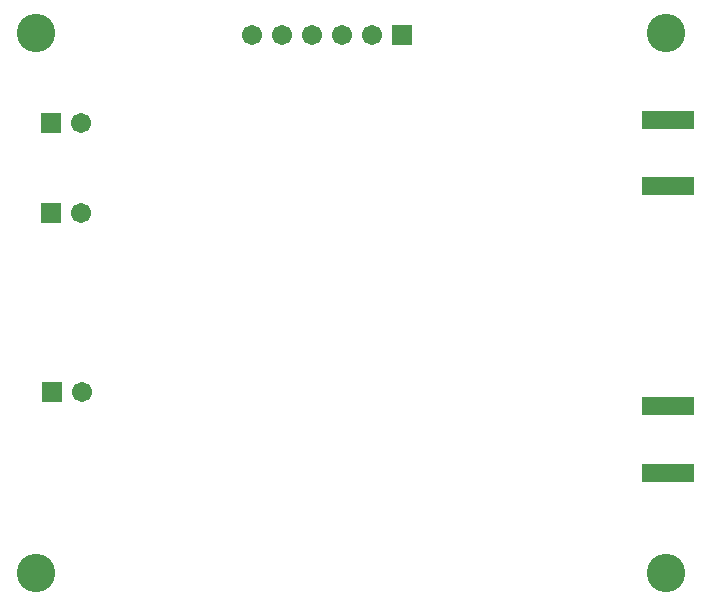
<source format=gbr>
%TF.GenerationSoftware,Altium Limited,Altium Designer,22.6.1 (34)*%
G04 Layer_Color=16711935*
%FSLAX26Y26*%
%MOIN*%
%TF.SameCoordinates,2B337168-DF0E-4336-AB3C-9C7F5D13073F*%
%TF.FilePolarity,Negative*%
%TF.FileFunction,Soldermask,Bot*%
%TF.Part,Single*%
G01*
G75*
%TA.AperFunction,ConnectorPad*%
%ADD54R,0.173354X0.061150*%
%TA.AperFunction,ComponentPad*%
%ADD66R,0.067055X0.067055*%
%ADD67C,0.067055*%
%TA.AperFunction,WasherPad*%
%ADD68C,0.128000*%
D54*
X3207126Y1233780D02*
D03*
Y1456220D02*
D03*
X3205000Y2190000D02*
D03*
Y2412441D02*
D03*
D66*
X1152450Y1505000D02*
D03*
X2320000Y2695000D02*
D03*
X1150000Y2100000D02*
D03*
Y2400000D02*
D03*
D67*
X1252450Y1505000D02*
D03*
X2220000Y2695000D02*
D03*
X2120000D02*
D03*
X2020000D02*
D03*
X1920000D02*
D03*
X1820000D02*
D03*
X1250000Y2100000D02*
D03*
Y2400000D02*
D03*
D68*
X1100000Y2700000D02*
D03*
Y900000D02*
D03*
X3200000D02*
D03*
Y2700000D02*
D03*
%TF.MD5,fb4f728a62e7a5252ca8b5ef4df9e1a8*%
M02*

</source>
